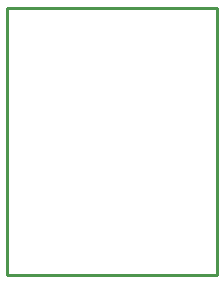
<source format=gko>
%FSDAX24Y24*%
%MOIN*%
%SFA1B1*%

%IPPOS*%
%ADD17C,0.010000*%
%LNprogrammer-1*%
%LPD*%
G54D17*
X000000Y000000D02*
Y008900D01*
Y000000D02*
X007000D01*
Y008900*
X000000D02*
X007000D01*
M02*
</source>
